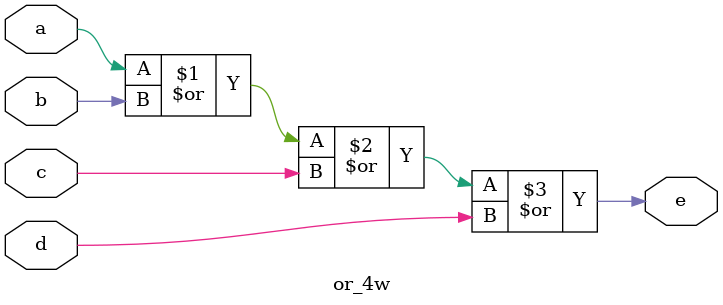
<source format=v>
module or_4w(input a, b, c, d, output e);
    assign e = (a | b | c | d);
endmodule
</source>
